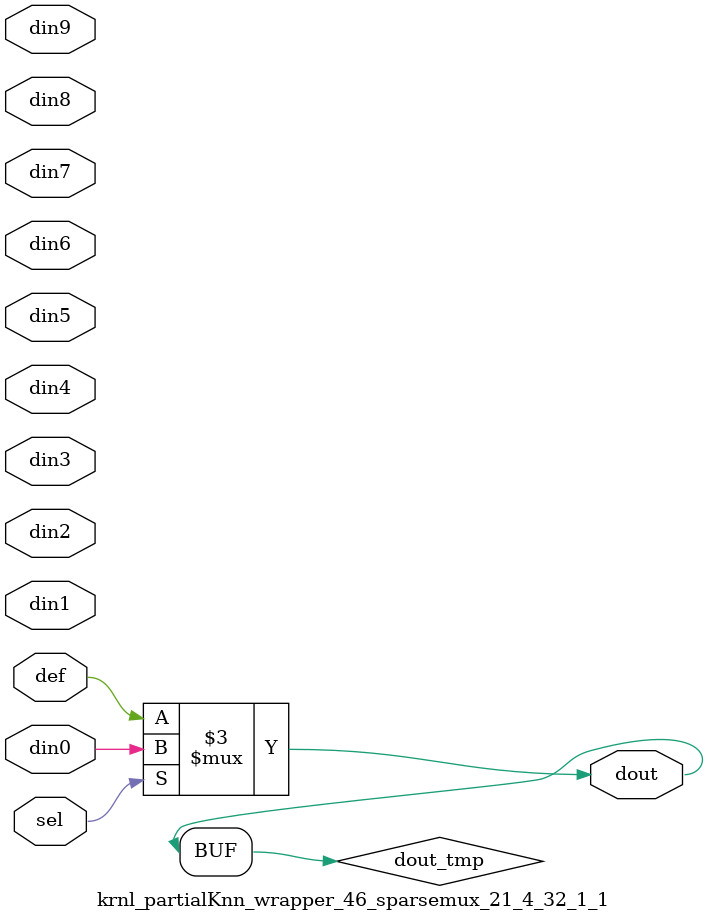
<source format=v>
`timescale 1 ns / 1 ps
module krnl_partialKnn_wrapper_46_sparsemux_21_4_32_1_1 (din0,din1,din2,din3,din4,din5,din6,din7,din8,din9,def,sel,dout);
parameter din0_WIDTH = 1;
parameter din1_WIDTH = 1;
parameter din2_WIDTH = 1;
parameter din3_WIDTH = 1;
parameter din4_WIDTH = 1;
parameter din5_WIDTH = 1;
parameter din6_WIDTH = 1;
parameter din7_WIDTH = 1;
parameter din8_WIDTH = 1;
parameter din9_WIDTH = 1;
parameter def_WIDTH = 1;
parameter sel_WIDTH = 1;
parameter dout_WIDTH = 1;
parameter [sel_WIDTH-1:0] CASE0 = 1;
parameter [sel_WIDTH-1:0] CASE1 = 1;
parameter [sel_WIDTH-1:0] CASE2 = 1;
parameter [sel_WIDTH-1:0] CASE3 = 1;
parameter [sel_WIDTH-1:0] CASE4 = 1;
parameter [sel_WIDTH-1:0] CASE5 = 1;
parameter [sel_WIDTH-1:0] CASE6 = 1;
parameter [sel_WIDTH-1:0] CASE7 = 1;
parameter [sel_WIDTH-1:0] CASE8 = 1;
parameter [sel_WIDTH-1:0] CASE9 = 1;
parameter ID = 1;
parameter NUM_STAGE = 1;
input [din0_WIDTH-1:0] din0;
input [din1_WIDTH-1:0] din1;
input [din2_WIDTH-1:0] din2;
input [din3_WIDTH-1:0] din3;
input [din4_WIDTH-1:0] din4;
input [din5_WIDTH-1:0] din5;
input [din6_WIDTH-1:0] din6;
input [din7_WIDTH-1:0] din7;
input [din8_WIDTH-1:0] din8;
input [din9_WIDTH-1:0] din9;
input [def_WIDTH-1:0] def;
input [sel_WIDTH-1:0] sel;
output [dout_WIDTH-1:0] dout;
reg [dout_WIDTH-1:0] dout_tmp;
always @ (*) begin
case (sel)
    
    CASE0 : dout_tmp = din0;
    
    CASE1 : dout_tmp = din1;
    
    CASE2 : dout_tmp = din2;
    
    CASE3 : dout_tmp = din3;
    
    CASE4 : dout_tmp = din4;
    
    CASE5 : dout_tmp = din5;
    
    CASE6 : dout_tmp = din6;
    
    CASE7 : dout_tmp = din7;
    
    CASE8 : dout_tmp = din8;
    
    CASE9 : dout_tmp = din9;
    
    default : dout_tmp = def;
endcase
end
assign dout = dout_tmp;
endmodule
</source>
